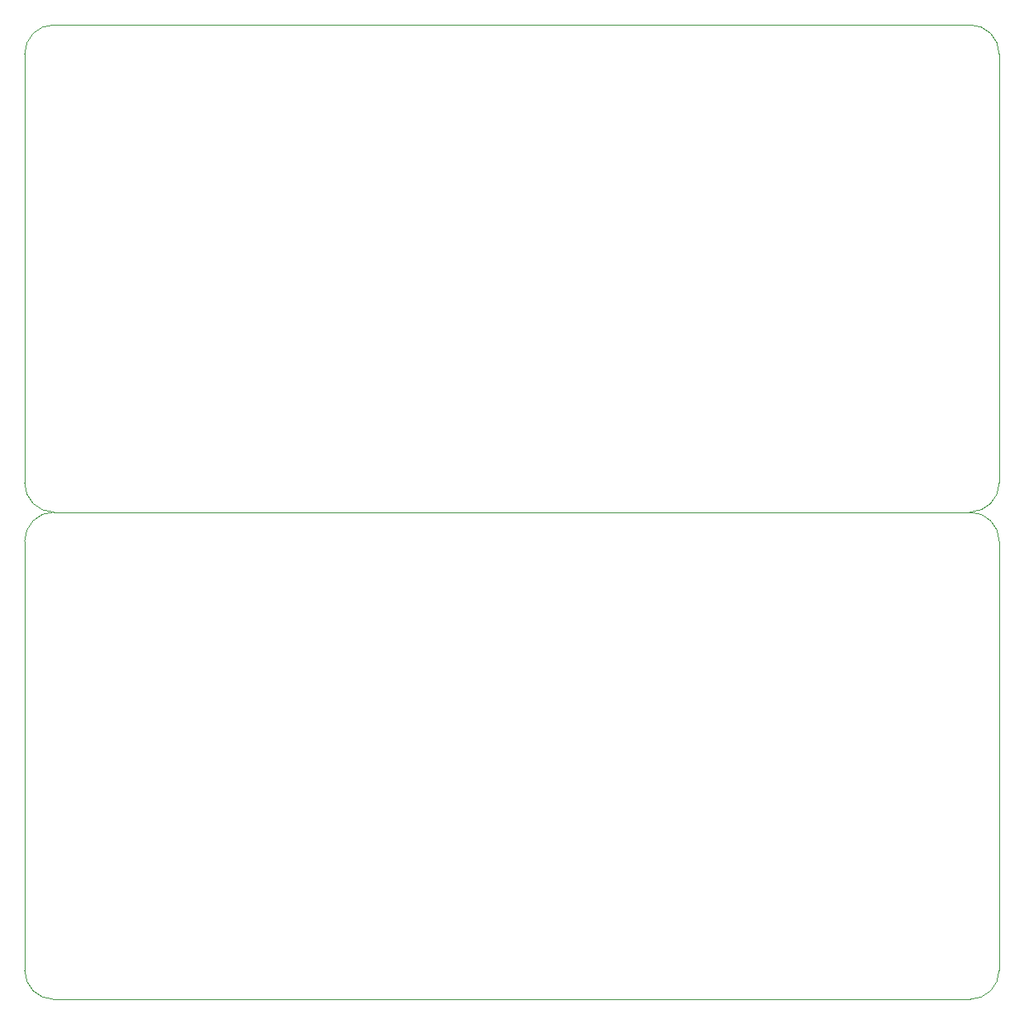
<source format=gbr>
%TF.GenerationSoftware,KiCad,Pcbnew,9.0.0*%
%TF.CreationDate,2025-05-15T12:13:46+12:00*%
%TF.ProjectId,,58585858-5858-4585-9858-585858585858,rev?*%
%TF.SameCoordinates,Original*%
%TF.FileFunction,Profile,NP*%
%FSLAX46Y46*%
G04 Gerber Fmt 4.6, Leading zero omitted, Abs format (unit mm)*
G04 Created by KiCad (PCBNEW 9.0.0) date 2025-05-15 12:13:46*
%MOMM*%
%LPD*%
G01*
G04 APERTURE LIST*
%TA.AperFunction,Profile*%
%ADD10C,0.050000*%
%TD*%
G04 APERTURE END LIST*
D10*
X97521320Y-97121320D02*
X191521320Y-97121320D01*
X191521320Y-97121320D02*
G75*
G02*
X194521280Y-100121320I-20J-2999980D01*
G01*
X94521320Y-100121320D02*
G75*
G02*
X97521320Y-97121320I3000001J-1D01*
G01*
X97521320Y-147121320D02*
G75*
G02*
X94521320Y-144121320I0J3000000D01*
G01*
X194521320Y-144121320D02*
G75*
G02*
X191521320Y-147121320I-3000020J20D01*
G01*
X191521320Y-147121320D02*
X97521320Y-147121320D01*
X194521320Y-100121320D02*
X194521320Y-144121320D01*
X94521320Y-144121320D02*
X94521320Y-100121320D01*
X97521320Y-47121320D02*
X191521320Y-47121320D01*
X194521320Y-94121320D02*
G75*
G02*
X191521320Y-97121320I-3000020J20D01*
G01*
X191521320Y-97121320D02*
X97521320Y-97121320D01*
X194521320Y-50121320D02*
X194521320Y-94121320D01*
X94521320Y-50121320D02*
G75*
G02*
X97521320Y-47121320I3000001J-1D01*
G01*
X97521320Y-97121320D02*
G75*
G02*
X94521320Y-94121320I0J3000000D01*
G01*
X191521320Y-47121320D02*
G75*
G02*
X194521280Y-50121320I-20J-2999980D01*
G01*
X94521320Y-94121320D02*
X94521320Y-50121320D01*
M02*

</source>
